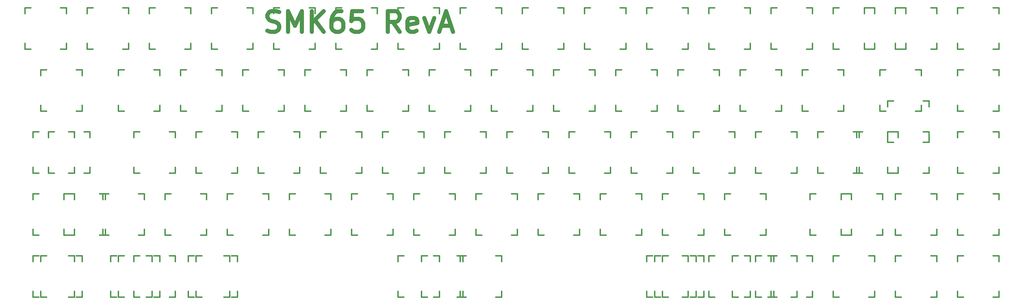
<source format=gto>
G04 #@! TF.FileFunction,Legend,Top*
%FSLAX46Y46*%
G04 Gerber Fmt 4.6, Leading zero omitted, Abs format (unit mm)*
G04 Created by KiCad (PCBNEW 4.0.6) date Tuesday, July 11, 2017 'PMt' 09:42:09 PM*
%MOMM*%
%LPD*%
G01*
G04 APERTURE LIST*
%ADD10C,0.150000*%
%ADD11C,1.270000*%
%ADD12C,0.381000*%
G04 APERTURE END LIST*
D10*
D11*
X105984524Y-38765238D02*
X106891667Y-39067619D01*
X108403571Y-39067619D01*
X109008333Y-38765238D01*
X109310714Y-38462857D01*
X109613095Y-37858095D01*
X109613095Y-37253333D01*
X109310714Y-36648571D01*
X109008333Y-36346190D01*
X108403571Y-36043810D01*
X107194048Y-35741429D01*
X106589286Y-35439048D01*
X106286905Y-35136667D01*
X105984524Y-34531905D01*
X105984524Y-33927143D01*
X106286905Y-33322381D01*
X106589286Y-33020000D01*
X107194048Y-32717619D01*
X108705952Y-32717619D01*
X109613095Y-33020000D01*
X112334524Y-39067619D02*
X112334524Y-32717619D01*
X114451190Y-37253333D01*
X116567857Y-32717619D01*
X116567857Y-39067619D01*
X119591667Y-39067619D02*
X119591667Y-32717619D01*
X123220238Y-39067619D02*
X120498810Y-35439048D01*
X123220238Y-32717619D02*
X119591667Y-36346190D01*
X128663095Y-32717619D02*
X127453572Y-32717619D01*
X126848810Y-33020000D01*
X126546429Y-33322381D01*
X125941667Y-34229524D01*
X125639286Y-35439048D01*
X125639286Y-37858095D01*
X125941667Y-38462857D01*
X126244048Y-38765238D01*
X126848810Y-39067619D01*
X128058333Y-39067619D01*
X128663095Y-38765238D01*
X128965476Y-38462857D01*
X129267857Y-37858095D01*
X129267857Y-36346190D01*
X128965476Y-35741429D01*
X128663095Y-35439048D01*
X128058333Y-35136667D01*
X126848810Y-35136667D01*
X126244048Y-35439048D01*
X125941667Y-35741429D01*
X125639286Y-36346190D01*
X135013095Y-32717619D02*
X131989286Y-32717619D01*
X131686905Y-35741429D01*
X131989286Y-35439048D01*
X132594048Y-35136667D01*
X134105952Y-35136667D01*
X134710714Y-35439048D01*
X135013095Y-35741429D01*
X135315476Y-36346190D01*
X135315476Y-37858095D01*
X135013095Y-38462857D01*
X134710714Y-38765238D01*
X134105952Y-39067619D01*
X132594048Y-39067619D01*
X131989286Y-38765238D01*
X131686905Y-38462857D01*
X146503571Y-39067619D02*
X144386905Y-36043810D01*
X142875000Y-39067619D02*
X142875000Y-32717619D01*
X145294047Y-32717619D01*
X145898809Y-33020000D01*
X146201190Y-33322381D01*
X146503571Y-33927143D01*
X146503571Y-34834286D01*
X146201190Y-35439048D01*
X145898809Y-35741429D01*
X145294047Y-36043810D01*
X142875000Y-36043810D01*
X151644047Y-38765238D02*
X151039285Y-39067619D01*
X149829762Y-39067619D01*
X149225000Y-38765238D01*
X148922619Y-38160476D01*
X148922619Y-35741429D01*
X149225000Y-35136667D01*
X149829762Y-34834286D01*
X151039285Y-34834286D01*
X151644047Y-35136667D01*
X151946428Y-35741429D01*
X151946428Y-36346190D01*
X148922619Y-36950952D01*
X154063095Y-34834286D02*
X155575000Y-39067619D01*
X157086904Y-34834286D01*
X159203571Y-37253333D02*
X162227380Y-37253333D01*
X158598809Y-39067619D02*
X160715476Y-32717619D01*
X162832142Y-39067619D01*
D12*
X296069000Y-60325000D02*
X297847000Y-60325000D01*
X306991000Y-60325000D02*
X308769000Y-60325000D01*
X308769000Y-60325000D02*
X308769000Y-62103000D01*
X308769000Y-71247000D02*
X308769000Y-73025000D01*
X308769000Y-73025000D02*
X306991000Y-73025000D01*
X297847000Y-73025000D02*
X296069000Y-73025000D01*
X296069000Y-73025000D02*
X296069000Y-71247000D01*
X296069000Y-62103000D02*
X296069000Y-60325000D01*
X239713000Y-101600000D02*
X237935000Y-101600000D01*
X228791000Y-101600000D02*
X227013000Y-101600000D01*
X227013000Y-101600000D02*
X227013000Y-99822000D01*
X227013000Y-90678000D02*
X227013000Y-88900000D01*
X227013000Y-88900000D02*
X228791000Y-88900000D01*
X237935000Y-88900000D02*
X239713000Y-88900000D01*
X239713000Y-88900000D02*
X239713000Y-90678000D01*
X239713000Y-99822000D02*
X239713000Y-101600000D01*
X46831200Y-120650000D02*
X45053200Y-120650000D01*
X35909200Y-120650000D02*
X34131200Y-120650000D01*
X34131200Y-120650000D02*
X34131200Y-118872000D01*
X34131200Y-109728000D02*
X34131200Y-107950000D01*
X34131200Y-107950000D02*
X35909200Y-107950000D01*
X45053200Y-107950000D02*
X46831200Y-107950000D01*
X46831200Y-107950000D02*
X46831200Y-109728000D01*
X46831200Y-118872000D02*
X46831200Y-120650000D01*
X49212500Y-63500000D02*
X47434500Y-63500000D01*
X38290500Y-63500000D02*
X36512500Y-63500000D01*
X36512500Y-63500000D02*
X36512500Y-61722000D01*
X36512500Y-52578000D02*
X36512500Y-50800000D01*
X36512500Y-50800000D02*
X38290500Y-50800000D01*
X47434500Y-50800000D02*
X49212500Y-50800000D01*
X49212500Y-50800000D02*
X49212500Y-52578000D01*
X49212500Y-61722000D02*
X49212500Y-63500000D01*
X51593800Y-82550000D02*
X49815800Y-82550000D01*
X40671800Y-82550000D02*
X38893800Y-82550000D01*
X38893800Y-82550000D02*
X38893800Y-80772000D01*
X38893800Y-71628000D02*
X38893800Y-69850000D01*
X38893800Y-69850000D02*
X40671800Y-69850000D01*
X49815800Y-69850000D02*
X51593800Y-69850000D01*
X51593800Y-69850000D02*
X51593800Y-71628000D01*
X51593800Y-80772000D02*
X51593800Y-82550000D01*
X308769000Y-82550000D02*
X306991000Y-82550000D01*
X297847000Y-82550000D02*
X296069000Y-82550000D01*
X296069000Y-82550000D02*
X296069000Y-80772000D01*
X296069000Y-71628000D02*
X296069000Y-69850000D01*
X296069000Y-69850000D02*
X297847000Y-69850000D01*
X306991000Y-69850000D02*
X308769000Y-69850000D01*
X308769000Y-69850000D02*
X308769000Y-71628000D01*
X308769000Y-80772000D02*
X308769000Y-82550000D01*
X284956000Y-101600000D02*
X283178000Y-101600000D01*
X274034000Y-101600000D02*
X272256000Y-101600000D01*
X272256000Y-101600000D02*
X272256000Y-99822000D01*
X272256000Y-90678000D02*
X272256000Y-88900000D01*
X272256000Y-88900000D02*
X274034000Y-88900000D01*
X283178000Y-88900000D02*
X284956000Y-88900000D01*
X284956000Y-88900000D02*
X284956000Y-90678000D01*
X284956000Y-99822000D02*
X284956000Y-101600000D01*
X70643800Y-120650000D02*
X68865800Y-120650000D01*
X59721800Y-120650000D02*
X57943800Y-120650000D01*
X57943800Y-120650000D02*
X57943800Y-118872000D01*
X57943800Y-109728000D02*
X57943800Y-107950000D01*
X57943800Y-107950000D02*
X59721800Y-107950000D01*
X68865800Y-107950000D02*
X70643800Y-107950000D01*
X70643800Y-107950000D02*
X70643800Y-109728000D01*
X70643800Y-118872000D02*
X70643800Y-120650000D01*
X94456000Y-120650000D02*
X92678000Y-120650000D01*
X83534000Y-120650000D02*
X81756000Y-120650000D01*
X81756000Y-120650000D02*
X81756000Y-118872000D01*
X81756000Y-109728000D02*
X81756000Y-107950000D01*
X81756000Y-107950000D02*
X83534000Y-107950000D01*
X92678000Y-107950000D02*
X94456000Y-107950000D01*
X94456000Y-107950000D02*
X94456000Y-109728000D01*
X94456000Y-118872000D02*
X94456000Y-120650000D01*
X330200000Y-120650000D02*
X328422000Y-120650000D01*
X319278000Y-120650000D02*
X317500000Y-120650000D01*
X317500000Y-120650000D02*
X317500000Y-118872000D01*
X317500000Y-109728000D02*
X317500000Y-107950000D01*
X317500000Y-107950000D02*
X319278000Y-107950000D01*
X328422000Y-107950000D02*
X330200000Y-107950000D01*
X330200000Y-107950000D02*
X330200000Y-109728000D01*
X330200000Y-118872000D02*
X330200000Y-120650000D01*
X311150000Y-120650000D02*
X309372000Y-120650000D01*
X300228000Y-120650000D02*
X298450000Y-120650000D01*
X298450000Y-120650000D02*
X298450000Y-118872000D01*
X298450000Y-109728000D02*
X298450000Y-107950000D01*
X298450000Y-107950000D02*
X300228000Y-107950000D01*
X309372000Y-107950000D02*
X311150000Y-107950000D01*
X311150000Y-107950000D02*
X311150000Y-109728000D01*
X311150000Y-118872000D02*
X311150000Y-120650000D01*
X292100000Y-120650000D02*
X290322000Y-120650000D01*
X281178000Y-120650000D02*
X279400000Y-120650000D01*
X279400000Y-120650000D02*
X279400000Y-118872000D01*
X279400000Y-109728000D02*
X279400000Y-107950000D01*
X279400000Y-107950000D02*
X281178000Y-107950000D01*
X290322000Y-107950000D02*
X292100000Y-107950000D01*
X292100000Y-107950000D02*
X292100000Y-109728000D01*
X292100000Y-118872000D02*
X292100000Y-120650000D01*
X273050000Y-120650000D02*
X271272000Y-120650000D01*
X262128000Y-120650000D02*
X260350000Y-120650000D01*
X260350000Y-120650000D02*
X260350000Y-118872000D01*
X260350000Y-109728000D02*
X260350000Y-107950000D01*
X260350000Y-107950000D02*
X262128000Y-107950000D01*
X271272000Y-107950000D02*
X273050000Y-107950000D01*
X273050000Y-107950000D02*
X273050000Y-109728000D01*
X273050000Y-118872000D02*
X273050000Y-120650000D01*
X254000000Y-120650000D02*
X252222000Y-120650000D01*
X243078000Y-120650000D02*
X241300000Y-120650000D01*
X241300000Y-120650000D02*
X241300000Y-118872000D01*
X241300000Y-109728000D02*
X241300000Y-107950000D01*
X241300000Y-107950000D02*
X243078000Y-107950000D01*
X252222000Y-107950000D02*
X254000000Y-107950000D01*
X254000000Y-107950000D02*
X254000000Y-109728000D01*
X254000000Y-118872000D02*
X254000000Y-120650000D01*
X222250000Y-107950000D02*
X224028000Y-107950000D01*
X233172000Y-107950000D02*
X234950000Y-107950000D01*
X234950000Y-107950000D02*
X234950000Y-109728000D01*
X234950000Y-118872000D02*
X234950000Y-120650000D01*
X234950000Y-120650000D02*
X233172000Y-120650000D01*
X224028000Y-120650000D02*
X222250000Y-120650000D01*
X222250000Y-120650000D02*
X222250000Y-118872000D01*
X222250000Y-109728000D02*
X222250000Y-107950000D01*
X293687000Y-50800000D02*
X295465000Y-50800000D01*
X304609000Y-50800000D02*
X306387000Y-50800000D01*
X306387000Y-50800000D02*
X306387000Y-52578000D01*
X306387000Y-61722000D02*
X306387000Y-63500000D01*
X306387000Y-63500000D02*
X304609000Y-63500000D01*
X295465000Y-63500000D02*
X293687000Y-63500000D01*
X293687000Y-63500000D02*
X293687000Y-61722000D01*
X293687000Y-52578000D02*
X293687000Y-50800000D01*
X330200000Y-44450000D02*
X328422000Y-44450000D01*
X319278000Y-44450000D02*
X317500000Y-44450000D01*
X317500000Y-44450000D02*
X317500000Y-42672000D01*
X317500000Y-33528000D02*
X317500000Y-31750000D01*
X317500000Y-31750000D02*
X319278000Y-31750000D01*
X328422000Y-31750000D02*
X330200000Y-31750000D01*
X330200000Y-31750000D02*
X330200000Y-33528000D01*
X330200000Y-42672000D02*
X330200000Y-44450000D01*
X44450000Y-44450000D02*
X42672000Y-44450000D01*
X33528000Y-44450000D02*
X31750000Y-44450000D01*
X31750000Y-44450000D02*
X31750000Y-42672000D01*
X31750000Y-33528000D02*
X31750000Y-31750000D01*
X31750000Y-31750000D02*
X33528000Y-31750000D01*
X42672000Y-31750000D02*
X44450000Y-31750000D01*
X44450000Y-31750000D02*
X44450000Y-33528000D01*
X44450000Y-42672000D02*
X44450000Y-44450000D01*
X82550000Y-44450000D02*
X80772000Y-44450000D01*
X71628000Y-44450000D02*
X69850000Y-44450000D01*
X69850000Y-44450000D02*
X69850000Y-42672000D01*
X69850000Y-33528000D02*
X69850000Y-31750000D01*
X69850000Y-31750000D02*
X71628000Y-31750000D01*
X80772000Y-31750000D02*
X82550000Y-31750000D01*
X82550000Y-31750000D02*
X82550000Y-33528000D01*
X82550000Y-42672000D02*
X82550000Y-44450000D01*
X101600000Y-44450000D02*
X99822000Y-44450000D01*
X90678000Y-44450000D02*
X88900000Y-44450000D01*
X88900000Y-44450000D02*
X88900000Y-42672000D01*
X88900000Y-33528000D02*
X88900000Y-31750000D01*
X88900000Y-31750000D02*
X90678000Y-31750000D01*
X99822000Y-31750000D02*
X101600000Y-31750000D01*
X101600000Y-31750000D02*
X101600000Y-33528000D01*
X101600000Y-42672000D02*
X101600000Y-44450000D01*
X120650000Y-44450000D02*
X118872000Y-44450000D01*
X109728000Y-44450000D02*
X107950000Y-44450000D01*
X107950000Y-44450000D02*
X107950000Y-42672000D01*
X107950000Y-33528000D02*
X107950000Y-31750000D01*
X107950000Y-31750000D02*
X109728000Y-31750000D01*
X118872000Y-31750000D02*
X120650000Y-31750000D01*
X120650000Y-31750000D02*
X120650000Y-33528000D01*
X120650000Y-42672000D02*
X120650000Y-44450000D01*
X139700000Y-44450000D02*
X137922000Y-44450000D01*
X128778000Y-44450000D02*
X127000000Y-44450000D01*
X127000000Y-44450000D02*
X127000000Y-42672000D01*
X127000000Y-33528000D02*
X127000000Y-31750000D01*
X127000000Y-31750000D02*
X128778000Y-31750000D01*
X137922000Y-31750000D02*
X139700000Y-31750000D01*
X139700000Y-31750000D02*
X139700000Y-33528000D01*
X139700000Y-42672000D02*
X139700000Y-44450000D01*
X158750000Y-44450000D02*
X156972000Y-44450000D01*
X147828000Y-44450000D02*
X146050000Y-44450000D01*
X146050000Y-44450000D02*
X146050000Y-42672000D01*
X146050000Y-33528000D02*
X146050000Y-31750000D01*
X146050000Y-31750000D02*
X147828000Y-31750000D01*
X156972000Y-31750000D02*
X158750000Y-31750000D01*
X158750000Y-31750000D02*
X158750000Y-33528000D01*
X158750000Y-42672000D02*
X158750000Y-44450000D01*
X177800000Y-44450000D02*
X176022000Y-44450000D01*
X166878000Y-44450000D02*
X165100000Y-44450000D01*
X165100000Y-44450000D02*
X165100000Y-42672000D01*
X165100000Y-33528000D02*
X165100000Y-31750000D01*
X165100000Y-31750000D02*
X166878000Y-31750000D01*
X176022000Y-31750000D02*
X177800000Y-31750000D01*
X177800000Y-31750000D02*
X177800000Y-33528000D01*
X177800000Y-42672000D02*
X177800000Y-44450000D01*
X196850000Y-44450000D02*
X195072000Y-44450000D01*
X185928000Y-44450000D02*
X184150000Y-44450000D01*
X184150000Y-44450000D02*
X184150000Y-42672000D01*
X184150000Y-33528000D02*
X184150000Y-31750000D01*
X184150000Y-31750000D02*
X185928000Y-31750000D01*
X195072000Y-31750000D02*
X196850000Y-31750000D01*
X196850000Y-31750000D02*
X196850000Y-33528000D01*
X196850000Y-42672000D02*
X196850000Y-44450000D01*
X215900000Y-44450000D02*
X214122000Y-44450000D01*
X204978000Y-44450000D02*
X203200000Y-44450000D01*
X203200000Y-44450000D02*
X203200000Y-42672000D01*
X203200000Y-33528000D02*
X203200000Y-31750000D01*
X203200000Y-31750000D02*
X204978000Y-31750000D01*
X214122000Y-31750000D02*
X215900000Y-31750000D01*
X215900000Y-31750000D02*
X215900000Y-33528000D01*
X215900000Y-42672000D02*
X215900000Y-44450000D01*
X234950000Y-44450000D02*
X233172000Y-44450000D01*
X224028000Y-44450000D02*
X222250000Y-44450000D01*
X222250000Y-44450000D02*
X222250000Y-42672000D01*
X222250000Y-33528000D02*
X222250000Y-31750000D01*
X222250000Y-31750000D02*
X224028000Y-31750000D01*
X233172000Y-31750000D02*
X234950000Y-31750000D01*
X234950000Y-31750000D02*
X234950000Y-33528000D01*
X234950000Y-42672000D02*
X234950000Y-44450000D01*
X254000000Y-44450000D02*
X252222000Y-44450000D01*
X243078000Y-44450000D02*
X241300000Y-44450000D01*
X241300000Y-44450000D02*
X241300000Y-42672000D01*
X241300000Y-33528000D02*
X241300000Y-31750000D01*
X241300000Y-31750000D02*
X243078000Y-31750000D01*
X252222000Y-31750000D02*
X254000000Y-31750000D01*
X254000000Y-31750000D02*
X254000000Y-33528000D01*
X254000000Y-42672000D02*
X254000000Y-44450000D01*
X273050000Y-44450000D02*
X271272000Y-44450000D01*
X262128000Y-44450000D02*
X260350000Y-44450000D01*
X260350000Y-44450000D02*
X260350000Y-42672000D01*
X260350000Y-33528000D02*
X260350000Y-31750000D01*
X260350000Y-31750000D02*
X262128000Y-31750000D01*
X271272000Y-31750000D02*
X273050000Y-31750000D01*
X273050000Y-31750000D02*
X273050000Y-33528000D01*
X273050000Y-42672000D02*
X273050000Y-44450000D01*
X292100000Y-44450000D02*
X290322000Y-44450000D01*
X281178000Y-44450000D02*
X279400000Y-44450000D01*
X279400000Y-44450000D02*
X279400000Y-42672000D01*
X279400000Y-33528000D02*
X279400000Y-31750000D01*
X279400000Y-31750000D02*
X281178000Y-31750000D01*
X290322000Y-31750000D02*
X292100000Y-31750000D01*
X292100000Y-31750000D02*
X292100000Y-33528000D01*
X292100000Y-42672000D02*
X292100000Y-44450000D01*
X311150000Y-44450000D02*
X309372000Y-44450000D01*
X300228000Y-44450000D02*
X298450000Y-44450000D01*
X298450000Y-44450000D02*
X298450000Y-42672000D01*
X298450000Y-33528000D02*
X298450000Y-31750000D01*
X298450000Y-31750000D02*
X300228000Y-31750000D01*
X309372000Y-31750000D02*
X311150000Y-31750000D01*
X311150000Y-31750000D02*
X311150000Y-33528000D01*
X311150000Y-42672000D02*
X311150000Y-44450000D01*
X73025000Y-63500000D02*
X71247000Y-63500000D01*
X62103000Y-63500000D02*
X60325000Y-63500000D01*
X60325000Y-63500000D02*
X60325000Y-61722000D01*
X60325000Y-52578000D02*
X60325000Y-50800000D01*
X60325000Y-50800000D02*
X62103000Y-50800000D01*
X71247000Y-50800000D02*
X73025000Y-50800000D01*
X73025000Y-50800000D02*
X73025000Y-52578000D01*
X73025000Y-61722000D02*
X73025000Y-63500000D01*
X92075000Y-63500000D02*
X90297000Y-63500000D01*
X81153000Y-63500000D02*
X79375000Y-63500000D01*
X79375000Y-63500000D02*
X79375000Y-61722000D01*
X79375000Y-52578000D02*
X79375000Y-50800000D01*
X79375000Y-50800000D02*
X81153000Y-50800000D01*
X90297000Y-50800000D02*
X92075000Y-50800000D01*
X92075000Y-50800000D02*
X92075000Y-52578000D01*
X92075000Y-61722000D02*
X92075000Y-63500000D01*
X111125000Y-63500000D02*
X109347000Y-63500000D01*
X100203000Y-63500000D02*
X98425000Y-63500000D01*
X98425000Y-63500000D02*
X98425000Y-61722000D01*
X98425000Y-52578000D02*
X98425000Y-50800000D01*
X98425000Y-50800000D02*
X100203000Y-50800000D01*
X109347000Y-50800000D02*
X111125000Y-50800000D01*
X111125000Y-50800000D02*
X111125000Y-52578000D01*
X111125000Y-61722000D02*
X111125000Y-63500000D01*
X130175000Y-63500000D02*
X128397000Y-63500000D01*
X119253000Y-63500000D02*
X117475000Y-63500000D01*
X117475000Y-63500000D02*
X117475000Y-61722000D01*
X117475000Y-52578000D02*
X117475000Y-50800000D01*
X117475000Y-50800000D02*
X119253000Y-50800000D01*
X128397000Y-50800000D02*
X130175000Y-50800000D01*
X130175000Y-50800000D02*
X130175000Y-52578000D01*
X130175000Y-61722000D02*
X130175000Y-63500000D01*
X149225000Y-63500000D02*
X147447000Y-63500000D01*
X138303000Y-63500000D02*
X136525000Y-63500000D01*
X136525000Y-63500000D02*
X136525000Y-61722000D01*
X136525000Y-52578000D02*
X136525000Y-50800000D01*
X136525000Y-50800000D02*
X138303000Y-50800000D01*
X147447000Y-50800000D02*
X149225000Y-50800000D01*
X149225000Y-50800000D02*
X149225000Y-52578000D01*
X149225000Y-61722000D02*
X149225000Y-63500000D01*
X168275000Y-63500000D02*
X166497000Y-63500000D01*
X157353000Y-63500000D02*
X155575000Y-63500000D01*
X155575000Y-63500000D02*
X155575000Y-61722000D01*
X155575000Y-52578000D02*
X155575000Y-50800000D01*
X155575000Y-50800000D02*
X157353000Y-50800000D01*
X166497000Y-50800000D02*
X168275000Y-50800000D01*
X168275000Y-50800000D02*
X168275000Y-52578000D01*
X168275000Y-61722000D02*
X168275000Y-63500000D01*
X187325000Y-63500000D02*
X185547000Y-63500000D01*
X176403000Y-63500000D02*
X174625000Y-63500000D01*
X174625000Y-63500000D02*
X174625000Y-61722000D01*
X174625000Y-52578000D02*
X174625000Y-50800000D01*
X174625000Y-50800000D02*
X176403000Y-50800000D01*
X185547000Y-50800000D02*
X187325000Y-50800000D01*
X187325000Y-50800000D02*
X187325000Y-52578000D01*
X187325000Y-61722000D02*
X187325000Y-63500000D01*
X206375000Y-63500000D02*
X204597000Y-63500000D01*
X195453000Y-63500000D02*
X193675000Y-63500000D01*
X193675000Y-63500000D02*
X193675000Y-61722000D01*
X193675000Y-52578000D02*
X193675000Y-50800000D01*
X193675000Y-50800000D02*
X195453000Y-50800000D01*
X204597000Y-50800000D02*
X206375000Y-50800000D01*
X206375000Y-50800000D02*
X206375000Y-52578000D01*
X206375000Y-61722000D02*
X206375000Y-63500000D01*
X225425000Y-63500000D02*
X223647000Y-63500000D01*
X214503000Y-63500000D02*
X212725000Y-63500000D01*
X212725000Y-63500000D02*
X212725000Y-61722000D01*
X212725000Y-52578000D02*
X212725000Y-50800000D01*
X212725000Y-50800000D02*
X214503000Y-50800000D01*
X223647000Y-50800000D02*
X225425000Y-50800000D01*
X225425000Y-50800000D02*
X225425000Y-52578000D01*
X225425000Y-61722000D02*
X225425000Y-63500000D01*
X244475000Y-63500000D02*
X242697000Y-63500000D01*
X233553000Y-63500000D02*
X231775000Y-63500000D01*
X231775000Y-63500000D02*
X231775000Y-61722000D01*
X231775000Y-52578000D02*
X231775000Y-50800000D01*
X231775000Y-50800000D02*
X233553000Y-50800000D01*
X242697000Y-50800000D02*
X244475000Y-50800000D01*
X244475000Y-50800000D02*
X244475000Y-52578000D01*
X244475000Y-61722000D02*
X244475000Y-63500000D01*
X263525000Y-63500000D02*
X261747000Y-63500000D01*
X252603000Y-63500000D02*
X250825000Y-63500000D01*
X250825000Y-63500000D02*
X250825000Y-61722000D01*
X250825000Y-52578000D02*
X250825000Y-50800000D01*
X250825000Y-50800000D02*
X252603000Y-50800000D01*
X261747000Y-50800000D02*
X263525000Y-50800000D01*
X263525000Y-50800000D02*
X263525000Y-52578000D01*
X263525000Y-61722000D02*
X263525000Y-63500000D01*
X282575000Y-63500000D02*
X280797000Y-63500000D01*
X271653000Y-63500000D02*
X269875000Y-63500000D01*
X269875000Y-63500000D02*
X269875000Y-61722000D01*
X269875000Y-52578000D02*
X269875000Y-50800000D01*
X269875000Y-50800000D02*
X271653000Y-50800000D01*
X280797000Y-50800000D02*
X282575000Y-50800000D01*
X282575000Y-50800000D02*
X282575000Y-52578000D01*
X282575000Y-61722000D02*
X282575000Y-63500000D01*
X330200000Y-63500000D02*
X328422000Y-63500000D01*
X319278000Y-63500000D02*
X317500000Y-63500000D01*
X317500000Y-63500000D02*
X317500000Y-61722000D01*
X317500000Y-52578000D02*
X317500000Y-50800000D01*
X317500000Y-50800000D02*
X319278000Y-50800000D01*
X328422000Y-50800000D02*
X330200000Y-50800000D01*
X330200000Y-50800000D02*
X330200000Y-52578000D01*
X330200000Y-61722000D02*
X330200000Y-63500000D01*
X77787500Y-82550000D02*
X76009500Y-82550000D01*
X66865500Y-82550000D02*
X65087500Y-82550000D01*
X65087500Y-82550000D02*
X65087500Y-80772000D01*
X65087500Y-71628000D02*
X65087500Y-69850000D01*
X65087500Y-69850000D02*
X66865500Y-69850000D01*
X76009500Y-69850000D02*
X77787500Y-69850000D01*
X77787500Y-69850000D02*
X77787500Y-71628000D01*
X77787500Y-80772000D02*
X77787500Y-82550000D01*
X96837000Y-82550000D02*
X95059000Y-82550000D01*
X85915000Y-82550000D02*
X84137000Y-82550000D01*
X84137000Y-82550000D02*
X84137000Y-80772000D01*
X84137000Y-71628000D02*
X84137000Y-69850000D01*
X84137000Y-69850000D02*
X85915000Y-69850000D01*
X95059000Y-69850000D02*
X96837000Y-69850000D01*
X96837000Y-69850000D02*
X96837000Y-71628000D01*
X96837000Y-80772000D02*
X96837000Y-82550000D01*
X115887000Y-82550000D02*
X114109000Y-82550000D01*
X104965000Y-82550000D02*
X103187000Y-82550000D01*
X103187000Y-82550000D02*
X103187000Y-80772000D01*
X103187000Y-71628000D02*
X103187000Y-69850000D01*
X103187000Y-69850000D02*
X104965000Y-69850000D01*
X114109000Y-69850000D02*
X115887000Y-69850000D01*
X115887000Y-69850000D02*
X115887000Y-71628000D01*
X115887000Y-80772000D02*
X115887000Y-82550000D01*
X134937000Y-82550000D02*
X133159000Y-82550000D01*
X124015000Y-82550000D02*
X122237000Y-82550000D01*
X122237000Y-82550000D02*
X122237000Y-80772000D01*
X122237000Y-71628000D02*
X122237000Y-69850000D01*
X122237000Y-69850000D02*
X124015000Y-69850000D01*
X133159000Y-69850000D02*
X134937000Y-69850000D01*
X134937000Y-69850000D02*
X134937000Y-71628000D01*
X134937000Y-80772000D02*
X134937000Y-82550000D01*
X153987000Y-82550000D02*
X152209000Y-82550000D01*
X143065000Y-82550000D02*
X141287000Y-82550000D01*
X141287000Y-82550000D02*
X141287000Y-80772000D01*
X141287000Y-71628000D02*
X141287000Y-69850000D01*
X141287000Y-69850000D02*
X143065000Y-69850000D01*
X152209000Y-69850000D02*
X153987000Y-69850000D01*
X153987000Y-69850000D02*
X153987000Y-71628000D01*
X153987000Y-80772000D02*
X153987000Y-82550000D01*
X173037000Y-82550000D02*
X171259000Y-82550000D01*
X162115000Y-82550000D02*
X160337000Y-82550000D01*
X160337000Y-82550000D02*
X160337000Y-80772000D01*
X160337000Y-71628000D02*
X160337000Y-69850000D01*
X160337000Y-69850000D02*
X162115000Y-69850000D01*
X171259000Y-69850000D02*
X173037000Y-69850000D01*
X173037000Y-69850000D02*
X173037000Y-71628000D01*
X173037000Y-80772000D02*
X173037000Y-82550000D01*
X192087000Y-82550000D02*
X190309000Y-82550000D01*
X181165000Y-82550000D02*
X179387000Y-82550000D01*
X179387000Y-82550000D02*
X179387000Y-80772000D01*
X179387000Y-71628000D02*
X179387000Y-69850000D01*
X179387000Y-69850000D02*
X181165000Y-69850000D01*
X190309000Y-69850000D02*
X192087000Y-69850000D01*
X192087000Y-69850000D02*
X192087000Y-71628000D01*
X192087000Y-80772000D02*
X192087000Y-82550000D01*
X211137000Y-82550000D02*
X209359000Y-82550000D01*
X200215000Y-82550000D02*
X198437000Y-82550000D01*
X198437000Y-82550000D02*
X198437000Y-80772000D01*
X198437000Y-71628000D02*
X198437000Y-69850000D01*
X198437000Y-69850000D02*
X200215000Y-69850000D01*
X209359000Y-69850000D02*
X211137000Y-69850000D01*
X211137000Y-69850000D02*
X211137000Y-71628000D01*
X211137000Y-80772000D02*
X211137000Y-82550000D01*
X230187000Y-82550000D02*
X228409000Y-82550000D01*
X219265000Y-82550000D02*
X217487000Y-82550000D01*
X217487000Y-82550000D02*
X217487000Y-80772000D01*
X217487000Y-71628000D02*
X217487000Y-69850000D01*
X217487000Y-69850000D02*
X219265000Y-69850000D01*
X228409000Y-69850000D02*
X230187000Y-69850000D01*
X230187000Y-69850000D02*
X230187000Y-71628000D01*
X230187000Y-80772000D02*
X230187000Y-82550000D01*
X249237000Y-82550000D02*
X247459000Y-82550000D01*
X238315000Y-82550000D02*
X236537000Y-82550000D01*
X236537000Y-82550000D02*
X236537000Y-80772000D01*
X236537000Y-71628000D02*
X236537000Y-69850000D01*
X236537000Y-69850000D02*
X238315000Y-69850000D01*
X247459000Y-69850000D02*
X249237000Y-69850000D01*
X249237000Y-69850000D02*
X249237000Y-71628000D01*
X249237000Y-80772000D02*
X249237000Y-82550000D01*
X268287000Y-82550000D02*
X266509000Y-82550000D01*
X257365000Y-82550000D02*
X255587000Y-82550000D01*
X255587000Y-82550000D02*
X255587000Y-80772000D01*
X255587000Y-71628000D02*
X255587000Y-69850000D01*
X255587000Y-69850000D02*
X257365000Y-69850000D01*
X266509000Y-69850000D02*
X268287000Y-69850000D01*
X268287000Y-69850000D02*
X268287000Y-71628000D01*
X268287000Y-80772000D02*
X268287000Y-82550000D01*
X287337000Y-82550000D02*
X285559000Y-82550000D01*
X276415000Y-82550000D02*
X274637000Y-82550000D01*
X274637000Y-82550000D02*
X274637000Y-80772000D01*
X274637000Y-71628000D02*
X274637000Y-69850000D01*
X274637000Y-69850000D02*
X276415000Y-69850000D01*
X285559000Y-69850000D02*
X287337000Y-69850000D01*
X287337000Y-69850000D02*
X287337000Y-71628000D01*
X287337000Y-80772000D02*
X287337000Y-82550000D01*
X330200000Y-82550000D02*
X328422000Y-82550000D01*
X319278000Y-82550000D02*
X317500000Y-82550000D01*
X317500000Y-82550000D02*
X317500000Y-80772000D01*
X317500000Y-71628000D02*
X317500000Y-69850000D01*
X317500000Y-69850000D02*
X319278000Y-69850000D01*
X328422000Y-69850000D02*
X330200000Y-69850000D01*
X330200000Y-69850000D02*
X330200000Y-71628000D01*
X330200000Y-80772000D02*
X330200000Y-82550000D01*
X68262500Y-101600000D02*
X66484500Y-101600000D01*
X57340500Y-101600000D02*
X55562500Y-101600000D01*
X55562500Y-101600000D02*
X55562500Y-99822000D01*
X55562500Y-90678000D02*
X55562500Y-88900000D01*
X55562500Y-88900000D02*
X57340500Y-88900000D01*
X66484500Y-88900000D02*
X68262500Y-88900000D01*
X68262500Y-88900000D02*
X68262500Y-90678000D01*
X68262500Y-99822000D02*
X68262500Y-101600000D01*
X87313000Y-101600000D02*
X85535000Y-101600000D01*
X76391000Y-101600000D02*
X74613000Y-101600000D01*
X74613000Y-101600000D02*
X74613000Y-99822000D01*
X74613000Y-90678000D02*
X74613000Y-88900000D01*
X74613000Y-88900000D02*
X76391000Y-88900000D01*
X85535000Y-88900000D02*
X87313000Y-88900000D01*
X87313000Y-88900000D02*
X87313000Y-90678000D01*
X87313000Y-99822000D02*
X87313000Y-101600000D01*
X106363000Y-101600000D02*
X104585000Y-101600000D01*
X95441000Y-101600000D02*
X93663000Y-101600000D01*
X93663000Y-101600000D02*
X93663000Y-99822000D01*
X93663000Y-90678000D02*
X93663000Y-88900000D01*
X93663000Y-88900000D02*
X95441000Y-88900000D01*
X104585000Y-88900000D02*
X106363000Y-88900000D01*
X106363000Y-88900000D02*
X106363000Y-90678000D01*
X106363000Y-99822000D02*
X106363000Y-101600000D01*
X125413000Y-101600000D02*
X123635000Y-101600000D01*
X114491000Y-101600000D02*
X112713000Y-101600000D01*
X112713000Y-101600000D02*
X112713000Y-99822000D01*
X112713000Y-90678000D02*
X112713000Y-88900000D01*
X112713000Y-88900000D02*
X114491000Y-88900000D01*
X123635000Y-88900000D02*
X125413000Y-88900000D01*
X125413000Y-88900000D02*
X125413000Y-90678000D01*
X125413000Y-99822000D02*
X125413000Y-101600000D01*
X144463000Y-101600000D02*
X142685000Y-101600000D01*
X133541000Y-101600000D02*
X131763000Y-101600000D01*
X131763000Y-101600000D02*
X131763000Y-99822000D01*
X131763000Y-90678000D02*
X131763000Y-88900000D01*
X131763000Y-88900000D02*
X133541000Y-88900000D01*
X142685000Y-88900000D02*
X144463000Y-88900000D01*
X144463000Y-88900000D02*
X144463000Y-90678000D01*
X144463000Y-99822000D02*
X144463000Y-101600000D01*
X163513000Y-101600000D02*
X161735000Y-101600000D01*
X152591000Y-101600000D02*
X150813000Y-101600000D01*
X150813000Y-101600000D02*
X150813000Y-99822000D01*
X150813000Y-90678000D02*
X150813000Y-88900000D01*
X150813000Y-88900000D02*
X152591000Y-88900000D01*
X161735000Y-88900000D02*
X163513000Y-88900000D01*
X163513000Y-88900000D02*
X163513000Y-90678000D01*
X163513000Y-99822000D02*
X163513000Y-101600000D01*
X182563000Y-101600000D02*
X180785000Y-101600000D01*
X171641000Y-101600000D02*
X169863000Y-101600000D01*
X169863000Y-101600000D02*
X169863000Y-99822000D01*
X169863000Y-90678000D02*
X169863000Y-88900000D01*
X169863000Y-88900000D02*
X171641000Y-88900000D01*
X180785000Y-88900000D02*
X182563000Y-88900000D01*
X182563000Y-88900000D02*
X182563000Y-90678000D01*
X182563000Y-99822000D02*
X182563000Y-101600000D01*
X201613000Y-101600000D02*
X199835000Y-101600000D01*
X190691000Y-101600000D02*
X188913000Y-101600000D01*
X188913000Y-101600000D02*
X188913000Y-99822000D01*
X188913000Y-90678000D02*
X188913000Y-88900000D01*
X188913000Y-88900000D02*
X190691000Y-88900000D01*
X199835000Y-88900000D02*
X201613000Y-88900000D01*
X201613000Y-88900000D02*
X201613000Y-90678000D01*
X201613000Y-99822000D02*
X201613000Y-101600000D01*
X220663000Y-101600000D02*
X218885000Y-101600000D01*
X209741000Y-101600000D02*
X207963000Y-101600000D01*
X207963000Y-101600000D02*
X207963000Y-99822000D01*
X207963000Y-90678000D02*
X207963000Y-88900000D01*
X207963000Y-88900000D02*
X209741000Y-88900000D01*
X218885000Y-88900000D02*
X220663000Y-88900000D01*
X220663000Y-88900000D02*
X220663000Y-90678000D01*
X220663000Y-99822000D02*
X220663000Y-101600000D01*
X258763000Y-101600000D02*
X256985000Y-101600000D01*
X247841000Y-101600000D02*
X246063000Y-101600000D01*
X246063000Y-101600000D02*
X246063000Y-99822000D01*
X246063000Y-90678000D02*
X246063000Y-88900000D01*
X246063000Y-88900000D02*
X247841000Y-88900000D01*
X256985000Y-88900000D02*
X258763000Y-88900000D01*
X258763000Y-88900000D02*
X258763000Y-90678000D01*
X258763000Y-99822000D02*
X258763000Y-101600000D01*
X311150000Y-101600000D02*
X309372000Y-101600000D01*
X300228000Y-101600000D02*
X298450000Y-101600000D01*
X298450000Y-101600000D02*
X298450000Y-99822000D01*
X298450000Y-90678000D02*
X298450000Y-88900000D01*
X298450000Y-88900000D02*
X300228000Y-88900000D01*
X309372000Y-88900000D02*
X311150000Y-88900000D01*
X311150000Y-88900000D02*
X311150000Y-90678000D01*
X311150000Y-99822000D02*
X311150000Y-101600000D01*
X330200000Y-101600000D02*
X328422000Y-101600000D01*
X319278000Y-101600000D02*
X317500000Y-101600000D01*
X317500000Y-101600000D02*
X317500000Y-99822000D01*
X317500000Y-90678000D02*
X317500000Y-88900000D01*
X317500000Y-88900000D02*
X319278000Y-88900000D01*
X328422000Y-88900000D02*
X330200000Y-88900000D01*
X330200000Y-88900000D02*
X330200000Y-90678000D01*
X330200000Y-99822000D02*
X330200000Y-101600000D01*
X46831200Y-101600000D02*
X45053200Y-101600000D01*
X35909200Y-101600000D02*
X34131200Y-101600000D01*
X34131200Y-101600000D02*
X34131200Y-99822000D01*
X34131200Y-90678000D02*
X34131200Y-88900000D01*
X34131200Y-88900000D02*
X35909200Y-88900000D01*
X45053200Y-88900000D02*
X46831200Y-88900000D01*
X46831200Y-88900000D02*
X46831200Y-90678000D01*
X46831200Y-99822000D02*
X46831200Y-101600000D01*
X165894000Y-120650000D02*
X164116000Y-120650000D01*
X154972000Y-120650000D02*
X153194000Y-120650000D01*
X153194000Y-120650000D02*
X153194000Y-118872000D01*
X153194000Y-109728000D02*
X153194000Y-107950000D01*
X153194000Y-107950000D02*
X154972000Y-107950000D01*
X164116000Y-107950000D02*
X165894000Y-107950000D01*
X165894000Y-107950000D02*
X165894000Y-109728000D01*
X165894000Y-118872000D02*
X165894000Y-120650000D01*
X63500000Y-44450000D02*
X61722000Y-44450000D01*
X52578000Y-44450000D02*
X50800000Y-44450000D01*
X50800000Y-44450000D02*
X50800000Y-42672000D01*
X50800000Y-33528000D02*
X50800000Y-31750000D01*
X50800000Y-31750000D02*
X52578000Y-31750000D01*
X61722000Y-31750000D02*
X63500000Y-31750000D01*
X63500000Y-31750000D02*
X63500000Y-33528000D01*
X63500000Y-42672000D02*
X63500000Y-44450000D01*
X227013000Y-107950000D02*
X228791000Y-107950000D01*
X237935000Y-107950000D02*
X239713000Y-107950000D01*
X239713000Y-107950000D02*
X239713000Y-109728000D01*
X239713000Y-118872000D02*
X239713000Y-120650000D01*
X239713000Y-120650000D02*
X237935000Y-120650000D01*
X228791000Y-120650000D02*
X227013000Y-120650000D01*
X227013000Y-120650000D02*
X227013000Y-118872000D01*
X227013000Y-109728000D02*
X227013000Y-107950000D01*
X177800000Y-120650000D02*
X176022000Y-120650000D01*
X166878000Y-120650000D02*
X165100000Y-120650000D01*
X165100000Y-120650000D02*
X165100000Y-118872000D01*
X165100000Y-109728000D02*
X165100000Y-107950000D01*
X165100000Y-107950000D02*
X166878000Y-107950000D01*
X176022000Y-107950000D02*
X177800000Y-107950000D01*
X177800000Y-107950000D02*
X177800000Y-109728000D01*
X177800000Y-118872000D02*
X177800000Y-120650000D01*
X77787500Y-120650000D02*
X76009500Y-120650000D01*
X66865500Y-120650000D02*
X65087500Y-120650000D01*
X65087500Y-120650000D02*
X65087500Y-118872000D01*
X65087500Y-109728000D02*
X65087500Y-107950000D01*
X65087500Y-107950000D02*
X66865500Y-107950000D01*
X76009500Y-107950000D02*
X77787500Y-107950000D01*
X77787500Y-107950000D02*
X77787500Y-109728000D01*
X77787500Y-118872000D02*
X77787500Y-120650000D01*
X296069000Y-73025000D02*
X296069000Y-71247000D01*
X296069000Y-62103000D02*
X296069000Y-60325000D01*
X296069000Y-60325000D02*
X297847000Y-60325000D01*
X306991000Y-60325000D02*
X308769000Y-60325000D01*
X308769000Y-60325000D02*
X308769000Y-62103000D01*
X308769000Y-71247000D02*
X308769000Y-73025000D01*
X308769000Y-73025000D02*
X306991000Y-73025000D01*
X297847000Y-73025000D02*
X296069000Y-73025000D01*
X255587000Y-107950000D02*
X257365000Y-107950000D01*
X266509000Y-107950000D02*
X268287000Y-107950000D01*
X268287000Y-107950000D02*
X268287000Y-109728000D01*
X268287000Y-118872000D02*
X268287000Y-120650000D01*
X268287000Y-120650000D02*
X266509000Y-120650000D01*
X257365000Y-120650000D02*
X255587000Y-120650000D01*
X255587000Y-120650000D02*
X255587000Y-118872000D01*
X255587000Y-109728000D02*
X255587000Y-107950000D01*
X261144000Y-120650000D02*
X259366000Y-120650000D01*
X250222000Y-120650000D02*
X248444000Y-120650000D01*
X248444000Y-120650000D02*
X248444000Y-118872000D01*
X248444000Y-109728000D02*
X248444000Y-107950000D01*
X248444000Y-107950000D02*
X250222000Y-107950000D01*
X259366000Y-107950000D02*
X261144000Y-107950000D01*
X261144000Y-107950000D02*
X261144000Y-109728000D01*
X261144000Y-118872000D02*
X261144000Y-120650000D01*
X237331000Y-120650000D02*
X235553000Y-120650000D01*
X226409000Y-120650000D02*
X224631000Y-120650000D01*
X224631000Y-120650000D02*
X224631000Y-118872000D01*
X224631000Y-109728000D02*
X224631000Y-107950000D01*
X224631000Y-107950000D02*
X226409000Y-107950000D01*
X235553000Y-107950000D02*
X237331000Y-107950000D01*
X237331000Y-107950000D02*
X237331000Y-109728000D01*
X237331000Y-118872000D02*
X237331000Y-120650000D01*
X158750000Y-120650000D02*
X156972000Y-120650000D01*
X147828000Y-120650000D02*
X146050000Y-120650000D01*
X146050000Y-120650000D02*
X146050000Y-118872000D01*
X146050000Y-109728000D02*
X146050000Y-107950000D01*
X146050000Y-107950000D02*
X147828000Y-107950000D01*
X156972000Y-107950000D02*
X158750000Y-107950000D01*
X158750000Y-107950000D02*
X158750000Y-109728000D01*
X158750000Y-118872000D02*
X158750000Y-120650000D01*
X84137000Y-107950000D02*
X85915000Y-107950000D01*
X95059000Y-107950000D02*
X96837000Y-107950000D01*
X96837000Y-107950000D02*
X96837000Y-109728000D01*
X96837000Y-118872000D02*
X96837000Y-120650000D01*
X96837000Y-120650000D02*
X95059000Y-120650000D01*
X85915000Y-120650000D02*
X84137000Y-120650000D01*
X84137000Y-120650000D02*
X84137000Y-118872000D01*
X84137000Y-109728000D02*
X84137000Y-107950000D01*
X60325000Y-107950000D02*
X62103000Y-107950000D01*
X71247000Y-107950000D02*
X73025000Y-107950000D01*
X73025000Y-107950000D02*
X73025000Y-109728000D01*
X73025000Y-118872000D02*
X73025000Y-120650000D01*
X73025000Y-120650000D02*
X71247000Y-120650000D01*
X62103000Y-120650000D02*
X60325000Y-120650000D01*
X60325000Y-120650000D02*
X60325000Y-118872000D01*
X60325000Y-109728000D02*
X60325000Y-107950000D01*
X36512500Y-107950000D02*
X38290500Y-107950000D01*
X47434500Y-107950000D02*
X49212500Y-107950000D01*
X49212500Y-107950000D02*
X49212500Y-109728000D01*
X49212500Y-118872000D02*
X49212500Y-120650000D01*
X49212500Y-120650000D02*
X47434500Y-120650000D01*
X38290500Y-120650000D02*
X36512500Y-120650000D01*
X36512500Y-120650000D02*
X36512500Y-118872000D01*
X36512500Y-109728000D02*
X36512500Y-107950000D01*
X294481000Y-101600000D02*
X292703000Y-101600000D01*
X283559000Y-101600000D02*
X281781000Y-101600000D01*
X281781000Y-101600000D02*
X281781000Y-99822000D01*
X281781000Y-90678000D02*
X281781000Y-88900000D01*
X281781000Y-88900000D02*
X283559000Y-88900000D01*
X292703000Y-88900000D02*
X294481000Y-88900000D01*
X294481000Y-88900000D02*
X294481000Y-90678000D01*
X294481000Y-99822000D02*
X294481000Y-101600000D01*
X56356200Y-101600000D02*
X54578200Y-101600000D01*
X45434200Y-101600000D02*
X43656200Y-101600000D01*
X43656200Y-101600000D02*
X43656200Y-99822000D01*
X43656200Y-90678000D02*
X43656200Y-88900000D01*
X43656200Y-88900000D02*
X45434200Y-88900000D01*
X54578200Y-88900000D02*
X56356200Y-88900000D01*
X56356200Y-88900000D02*
X56356200Y-90678000D01*
X56356200Y-99822000D02*
X56356200Y-101600000D01*
X299244000Y-82550000D02*
X297466000Y-82550000D01*
X288322000Y-82550000D02*
X286544000Y-82550000D01*
X286544000Y-82550000D02*
X286544000Y-80772000D01*
X286544000Y-71628000D02*
X286544000Y-69850000D01*
X286544000Y-69850000D02*
X288322000Y-69850000D01*
X297466000Y-69850000D02*
X299244000Y-69850000D01*
X299244000Y-69850000D02*
X299244000Y-71628000D01*
X299244000Y-80772000D02*
X299244000Y-82550000D01*
X301625000Y-44450000D02*
X299847000Y-44450000D01*
X290703000Y-44450000D02*
X288925000Y-44450000D01*
X288925000Y-44450000D02*
X288925000Y-42672000D01*
X288925000Y-33528000D02*
X288925000Y-31750000D01*
X288925000Y-31750000D02*
X290703000Y-31750000D01*
X299847000Y-31750000D02*
X301625000Y-31750000D01*
X301625000Y-31750000D02*
X301625000Y-33528000D01*
X301625000Y-42672000D02*
X301625000Y-44450000D01*
X46831300Y-82550000D02*
X45053300Y-82550000D01*
X35909300Y-82550000D02*
X34131300Y-82550000D01*
X34131300Y-82550000D02*
X34131300Y-80772000D01*
X34131300Y-71628000D02*
X34131300Y-69850000D01*
X34131300Y-69850000D02*
X35909300Y-69850000D01*
X45053300Y-69850000D02*
X46831300Y-69850000D01*
X46831300Y-69850000D02*
X46831300Y-71628000D01*
X46831300Y-80772000D02*
X46831300Y-82550000D01*
M02*

</source>
